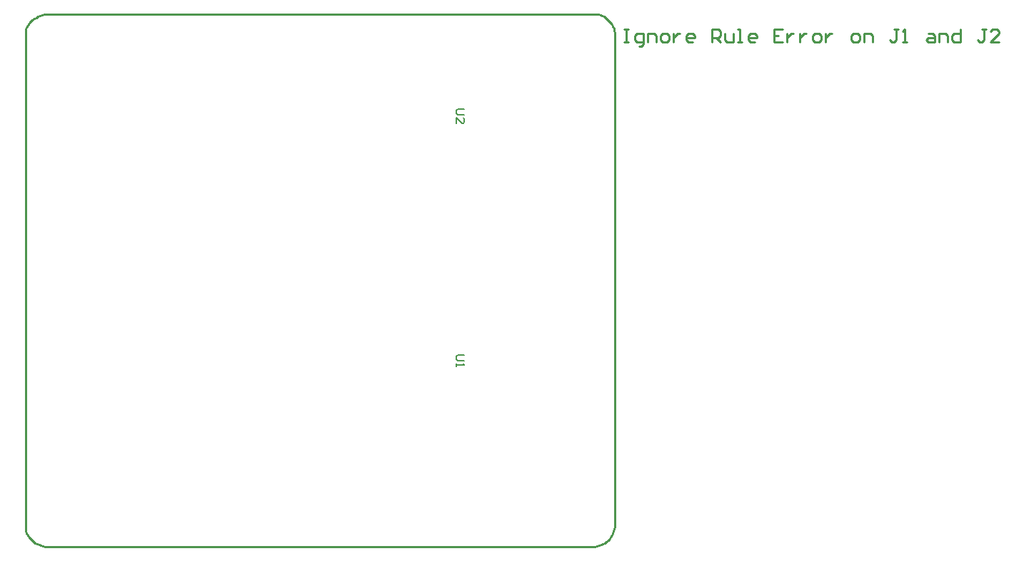
<source format=gko>
G04*
G04 #@! TF.GenerationSoftware,Altium Limited,Altium Designer,22.10.1 (41)*
G04*
G04 Layer_Color=16711935*
%FSLAX25Y25*%
%MOIN*%
G70*
G04*
G04 #@! TF.SameCoordinates,DCEE1EC3-E607-4C09-92B5-72201EF966A2*
G04*
G04*
G04 #@! TF.FilePolarity,Positive*
G04*
G01*
G75*
%ADD13C,0.00591*%
%ADD15C,0.01000*%
D13*
X204936Y204500D02*
X201656D01*
X201000Y203844D01*
Y202532D01*
X201656Y201876D01*
X204936D01*
X201000Y197940D02*
Y200564D01*
X203624Y197940D01*
X204280D01*
X204936Y198596D01*
Y199908D01*
X204280Y200564D01*
X204936Y89500D02*
X201656D01*
X201000Y88844D01*
Y87532D01*
X201656Y86876D01*
X204936D01*
X201000Y85564D02*
Y84252D01*
Y84908D01*
X204936D01*
X204280Y85564D01*
D15*
X0Y9000D02*
X62Y8055D01*
X247Y7125D01*
X551Y6228D01*
X970Y5379D01*
X1497Y4591D01*
X2121Y3879D01*
X3000Y3000D02*
X3745Y2325D01*
X4552Y1726D01*
X5414Y1209D01*
X6323Y780D01*
X7269Y441D01*
X8244Y197D01*
X9239Y49D01*
X10243Y0D01*
X264757D02*
X265761Y49D01*
X266756Y197D01*
X267731Y441D01*
X268677Y780D01*
X269586Y1209D01*
X270448Y1726D01*
X271255Y2325D01*
X272000Y3000D01*
X272675Y3745D01*
X273274Y4552D01*
X273791Y5414D01*
X274220Y6323D01*
X274559Y7269D01*
X274803Y8244D01*
X274951Y9239D01*
X275000Y10243D01*
X270768Y247232D02*
X270048Y247847D01*
X269240Y248342D01*
X268365Y248705D01*
X267444Y248926D01*
X266500Y249000D01*
X275000Y240172D02*
X274916Y241240D01*
X274666Y242282D01*
X274256Y243272D01*
X273696Y244185D01*
X273000Y245000D01*
X11000Y249000D02*
X9948Y248954D01*
X8904Y248817D01*
X7876Y248589D01*
X6871Y248272D01*
X5899Y247869D01*
X4964Y247383D01*
X4076Y246817D01*
X3241Y246176D01*
X2465Y245464D01*
X2121Y245121D02*
X1497Y244409D01*
X970Y243621D01*
X551Y242772D01*
X247Y241875D01*
X62Y240945D01*
X0Y240000D01*
X2121Y3879D02*
X3000Y3000D01*
X10243Y0D02*
X264757D01*
X275000Y10243D02*
Y237500D01*
X262000Y249000D02*
X266500D01*
X270768Y247232D02*
X273000Y245000D01*
X275000Y237500D02*
Y240172D01*
X11000Y249000D02*
X262000D01*
X2121Y245121D02*
X2465Y245464D01*
X0Y9000D02*
Y240000D01*
X279500Y241997D02*
X281499D01*
X280500D01*
Y235999D01*
X279500D01*
X281499D01*
X286498Y234000D02*
X287497D01*
X288497Y235000D01*
Y239998D01*
X285498D01*
X284498Y238998D01*
Y236999D01*
X285498Y235999D01*
X288497D01*
X290496D02*
Y239998D01*
X293495D01*
X294495Y238998D01*
Y235999D01*
X297494D02*
X299494D01*
X300493Y236999D01*
Y238998D01*
X299494Y239998D01*
X297494D01*
X296495Y238998D01*
Y236999D01*
X297494Y235999D01*
X302493Y239998D02*
Y235999D01*
Y237999D01*
X303492Y238998D01*
X304492Y239998D01*
X305492D01*
X311490Y235999D02*
X309490D01*
X308491Y236999D01*
Y238998D01*
X309490Y239998D01*
X311490D01*
X312489Y238998D01*
Y237999D01*
X308491D01*
X320487Y235999D02*
Y241997D01*
X323486D01*
X324485Y240998D01*
Y238998D01*
X323486Y237999D01*
X320487D01*
X322486D02*
X324485Y235999D01*
X326485Y239998D02*
Y236999D01*
X327484Y235999D01*
X330484D01*
Y239998D01*
X332483Y235999D02*
X334482D01*
X333483D01*
Y241997D01*
X332483D01*
X340480Y235999D02*
X338481D01*
X337481Y236999D01*
Y238998D01*
X338481Y239998D01*
X340480D01*
X341480Y238998D01*
Y237999D01*
X337481D01*
X353476Y241997D02*
X349477D01*
Y235999D01*
X353476D01*
X349477Y238998D02*
X351477D01*
X355475Y239998D02*
Y235999D01*
Y237999D01*
X356475Y238998D01*
X357475Y239998D01*
X358474D01*
X361473D02*
Y235999D01*
Y237999D01*
X362473Y238998D01*
X363473Y239998D01*
X364473D01*
X368471Y235999D02*
X370471D01*
X371470Y236999D01*
Y238998D01*
X370471Y239998D01*
X368471D01*
X367472Y238998D01*
Y236999D01*
X368471Y235999D01*
X373470Y239998D02*
Y235999D01*
Y237999D01*
X374469Y238998D01*
X375469Y239998D01*
X376469D01*
X386465Y235999D02*
X388465D01*
X389464Y236999D01*
Y238998D01*
X388465Y239998D01*
X386465D01*
X385466Y238998D01*
Y236999D01*
X386465Y235999D01*
X391464D02*
Y239998D01*
X394463D01*
X395462Y238998D01*
Y235999D01*
X407459Y241997D02*
X405459D01*
X406459D01*
Y236999D01*
X405459Y235999D01*
X404460D01*
X403460Y236999D01*
X409458Y235999D02*
X411457D01*
X410458D01*
Y241997D01*
X409458Y240998D01*
X421454Y239998D02*
X423453D01*
X424453Y238998D01*
Y235999D01*
X421454D01*
X420454Y236999D01*
X421454Y237999D01*
X424453D01*
X426452Y235999D02*
Y239998D01*
X429452D01*
X430451Y238998D01*
Y235999D01*
X436449Y241997D02*
Y235999D01*
X433450D01*
X432450Y236999D01*
Y238998D01*
X433450Y239998D01*
X436449D01*
X448445Y241997D02*
X446446D01*
X447446D01*
Y236999D01*
X446446Y235999D01*
X445446D01*
X444447Y236999D01*
X454443Y235999D02*
X450445D01*
X454443Y239998D01*
Y240998D01*
X453444Y241997D01*
X451444D01*
X450445Y240998D01*
M02*

</source>
